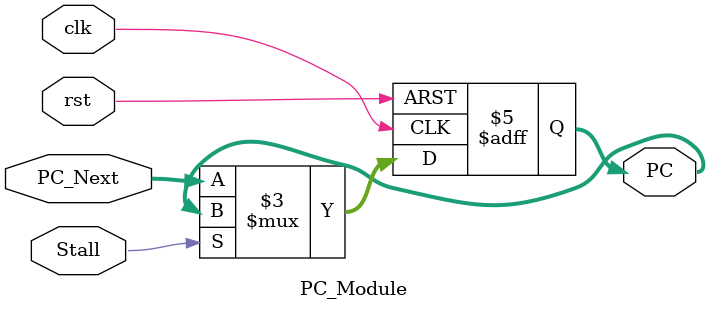
<source format=v>
module PC_Module(
    input clk,
    input rst,
    input Stall,           // New input: when 1, PC holds its value
    output reg [31:0] PC,
    input [31:0] PC_Next
);
    always @(posedge clk or posedge rst) begin
        if (rst)
            PC <= 32'b0;         // Asynchronous reset: set PC to 0 on reset
        else if (!Stall)
            PC <= PC_Next;       // Update PC only if not stalled
        // else: hold current PC (do nothing)
    end
endmodule


</source>
